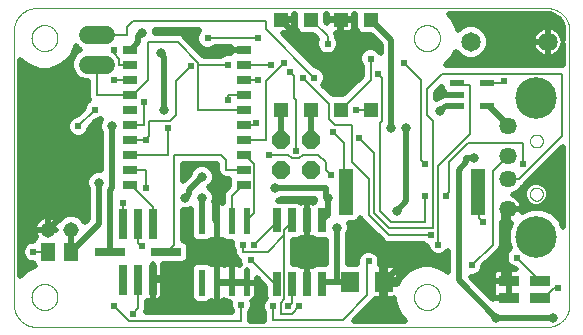
<source format=gtl>
G75*
%MOIN*%
%OFA0B0*%
%FSLAX25Y25*%
%IPPOS*%
%LPD*%
%AMOC8*
5,1,8,0,0,1.08239X$1,22.5*
%
%ADD10C,0.00000*%
%ADD11R,0.04500X0.03000*%
%ADD12R,0.04724X0.15748*%
%ADD13R,0.02756X0.09843*%
%ADD14R,0.09843X0.02756*%
%ADD15R,0.05000X0.05000*%
%ADD16C,0.05740*%
%ADD17C,0.13843*%
%ADD18R,0.04724X0.02100*%
%ADD19R,0.04724X0.02165*%
%ADD20R,0.02600X0.08000*%
%ADD21R,0.02362X0.08661*%
%ADD22C,0.06496*%
%ADD23C,0.06000*%
%ADD24OC8,0.06000*%
%ADD25R,0.06693X0.03740*%
%ADD26C,0.05150*%
%ADD27R,0.06299X0.07087*%
%ADD28R,0.05118X0.05906*%
%ADD29C,0.02000*%
%ADD30C,0.03200*%
%ADD31C,0.00800*%
%ADD32C,0.02400*%
D10*
X0114898Y0038933D02*
X0114898Y0130232D01*
X0114900Y0130413D01*
X0114907Y0130594D01*
X0114918Y0130775D01*
X0114933Y0130956D01*
X0114953Y0131136D01*
X0114977Y0131316D01*
X0115005Y0131495D01*
X0115038Y0131673D01*
X0115075Y0131850D01*
X0115116Y0132027D01*
X0115161Y0132202D01*
X0115211Y0132377D01*
X0115265Y0132550D01*
X0115323Y0132721D01*
X0115385Y0132892D01*
X0115452Y0133060D01*
X0115522Y0133227D01*
X0115596Y0133393D01*
X0115675Y0133556D01*
X0115757Y0133717D01*
X0115843Y0133877D01*
X0115933Y0134034D01*
X0116027Y0134189D01*
X0116124Y0134342D01*
X0116226Y0134492D01*
X0116330Y0134640D01*
X0116439Y0134786D01*
X0116550Y0134928D01*
X0116666Y0135068D01*
X0116784Y0135205D01*
X0116906Y0135340D01*
X0117031Y0135471D01*
X0117159Y0135599D01*
X0117290Y0135724D01*
X0117425Y0135846D01*
X0117562Y0135964D01*
X0117702Y0136080D01*
X0117844Y0136191D01*
X0117990Y0136300D01*
X0118138Y0136404D01*
X0118288Y0136506D01*
X0118441Y0136603D01*
X0118596Y0136697D01*
X0118753Y0136787D01*
X0118913Y0136873D01*
X0119074Y0136955D01*
X0119237Y0137034D01*
X0119403Y0137108D01*
X0119570Y0137178D01*
X0119738Y0137245D01*
X0119909Y0137307D01*
X0120080Y0137365D01*
X0120253Y0137419D01*
X0120428Y0137469D01*
X0120603Y0137514D01*
X0120780Y0137555D01*
X0120957Y0137592D01*
X0121135Y0137625D01*
X0121314Y0137653D01*
X0121494Y0137677D01*
X0121674Y0137697D01*
X0121855Y0137712D01*
X0122036Y0137723D01*
X0122217Y0137730D01*
X0122398Y0137732D01*
X0292595Y0137732D01*
X0292776Y0137730D01*
X0292957Y0137723D01*
X0293138Y0137712D01*
X0293319Y0137697D01*
X0293499Y0137677D01*
X0293679Y0137653D01*
X0293858Y0137625D01*
X0294036Y0137592D01*
X0294213Y0137555D01*
X0294390Y0137514D01*
X0294565Y0137469D01*
X0294740Y0137419D01*
X0294913Y0137365D01*
X0295084Y0137307D01*
X0295255Y0137245D01*
X0295423Y0137178D01*
X0295590Y0137108D01*
X0295756Y0137034D01*
X0295919Y0136955D01*
X0296080Y0136873D01*
X0296240Y0136787D01*
X0296397Y0136697D01*
X0296552Y0136603D01*
X0296705Y0136506D01*
X0296855Y0136404D01*
X0297003Y0136300D01*
X0297149Y0136191D01*
X0297291Y0136080D01*
X0297431Y0135964D01*
X0297568Y0135846D01*
X0297703Y0135724D01*
X0297834Y0135599D01*
X0297962Y0135471D01*
X0298087Y0135340D01*
X0298209Y0135205D01*
X0298327Y0135068D01*
X0298443Y0134928D01*
X0298554Y0134786D01*
X0298663Y0134640D01*
X0298767Y0134492D01*
X0298869Y0134342D01*
X0298966Y0134189D01*
X0299060Y0134034D01*
X0299150Y0133877D01*
X0299236Y0133717D01*
X0299318Y0133556D01*
X0299397Y0133393D01*
X0299471Y0133227D01*
X0299541Y0133060D01*
X0299608Y0132892D01*
X0299670Y0132721D01*
X0299728Y0132550D01*
X0299782Y0132377D01*
X0299832Y0132202D01*
X0299877Y0132027D01*
X0299918Y0131850D01*
X0299955Y0131673D01*
X0299988Y0131495D01*
X0300016Y0131316D01*
X0300040Y0131136D01*
X0300060Y0130956D01*
X0300075Y0130775D01*
X0300086Y0130594D01*
X0300093Y0130413D01*
X0300095Y0130232D01*
X0300095Y0038933D01*
X0300093Y0038752D01*
X0300086Y0038571D01*
X0300075Y0038390D01*
X0300060Y0038209D01*
X0300040Y0038029D01*
X0300016Y0037849D01*
X0299988Y0037670D01*
X0299955Y0037492D01*
X0299918Y0037315D01*
X0299877Y0037138D01*
X0299832Y0036963D01*
X0299782Y0036788D01*
X0299728Y0036615D01*
X0299670Y0036444D01*
X0299608Y0036273D01*
X0299541Y0036105D01*
X0299471Y0035938D01*
X0299397Y0035772D01*
X0299318Y0035609D01*
X0299236Y0035448D01*
X0299150Y0035288D01*
X0299060Y0035131D01*
X0298966Y0034976D01*
X0298869Y0034823D01*
X0298767Y0034673D01*
X0298663Y0034525D01*
X0298554Y0034379D01*
X0298443Y0034237D01*
X0298327Y0034097D01*
X0298209Y0033960D01*
X0298087Y0033825D01*
X0297962Y0033694D01*
X0297834Y0033566D01*
X0297703Y0033441D01*
X0297568Y0033319D01*
X0297431Y0033201D01*
X0297291Y0033085D01*
X0297149Y0032974D01*
X0297003Y0032865D01*
X0296855Y0032761D01*
X0296705Y0032659D01*
X0296552Y0032562D01*
X0296397Y0032468D01*
X0296240Y0032378D01*
X0296080Y0032292D01*
X0295919Y0032210D01*
X0295756Y0032131D01*
X0295590Y0032057D01*
X0295423Y0031987D01*
X0295255Y0031920D01*
X0295084Y0031858D01*
X0294913Y0031800D01*
X0294740Y0031746D01*
X0294565Y0031696D01*
X0294390Y0031651D01*
X0294213Y0031610D01*
X0294036Y0031573D01*
X0293858Y0031540D01*
X0293679Y0031512D01*
X0293499Y0031488D01*
X0293319Y0031468D01*
X0293138Y0031453D01*
X0292957Y0031442D01*
X0292776Y0031435D01*
X0292595Y0031433D01*
X0122398Y0031433D01*
X0122217Y0031435D01*
X0122036Y0031442D01*
X0121855Y0031453D01*
X0121674Y0031468D01*
X0121494Y0031488D01*
X0121314Y0031512D01*
X0121135Y0031540D01*
X0120957Y0031573D01*
X0120780Y0031610D01*
X0120603Y0031651D01*
X0120428Y0031696D01*
X0120253Y0031746D01*
X0120080Y0031800D01*
X0119909Y0031858D01*
X0119738Y0031920D01*
X0119570Y0031987D01*
X0119403Y0032057D01*
X0119237Y0032131D01*
X0119074Y0032210D01*
X0118913Y0032292D01*
X0118753Y0032378D01*
X0118596Y0032468D01*
X0118441Y0032562D01*
X0118288Y0032659D01*
X0118138Y0032761D01*
X0117990Y0032865D01*
X0117844Y0032974D01*
X0117702Y0033085D01*
X0117562Y0033201D01*
X0117425Y0033319D01*
X0117290Y0033441D01*
X0117159Y0033566D01*
X0117031Y0033694D01*
X0116906Y0033825D01*
X0116784Y0033960D01*
X0116666Y0034097D01*
X0116550Y0034237D01*
X0116439Y0034379D01*
X0116330Y0034525D01*
X0116226Y0034673D01*
X0116124Y0034823D01*
X0116027Y0034976D01*
X0115933Y0035131D01*
X0115843Y0035288D01*
X0115757Y0035448D01*
X0115675Y0035609D01*
X0115596Y0035772D01*
X0115522Y0035938D01*
X0115452Y0036105D01*
X0115385Y0036273D01*
X0115323Y0036444D01*
X0115265Y0036615D01*
X0115211Y0036788D01*
X0115161Y0036963D01*
X0115116Y0037138D01*
X0115075Y0037315D01*
X0115038Y0037492D01*
X0115005Y0037670D01*
X0114977Y0037849D01*
X0114953Y0038029D01*
X0114933Y0038209D01*
X0114918Y0038390D01*
X0114907Y0038571D01*
X0114900Y0038752D01*
X0114898Y0038933D01*
X0120764Y0041433D02*
X0120766Y0041564D01*
X0120772Y0041696D01*
X0120782Y0041827D01*
X0120796Y0041958D01*
X0120814Y0042088D01*
X0120836Y0042217D01*
X0120861Y0042346D01*
X0120891Y0042474D01*
X0120925Y0042601D01*
X0120962Y0042728D01*
X0121003Y0042852D01*
X0121048Y0042976D01*
X0121097Y0043098D01*
X0121149Y0043219D01*
X0121205Y0043337D01*
X0121265Y0043455D01*
X0121328Y0043570D01*
X0121395Y0043683D01*
X0121465Y0043795D01*
X0121538Y0043904D01*
X0121614Y0044010D01*
X0121694Y0044115D01*
X0121777Y0044217D01*
X0121863Y0044316D01*
X0121952Y0044413D01*
X0122044Y0044507D01*
X0122139Y0044598D01*
X0122236Y0044687D01*
X0122336Y0044772D01*
X0122439Y0044854D01*
X0122544Y0044933D01*
X0122651Y0045009D01*
X0122761Y0045081D01*
X0122873Y0045150D01*
X0122987Y0045216D01*
X0123102Y0045278D01*
X0123220Y0045337D01*
X0123339Y0045392D01*
X0123460Y0045444D01*
X0123583Y0045491D01*
X0123707Y0045535D01*
X0123832Y0045576D01*
X0123958Y0045612D01*
X0124086Y0045645D01*
X0124214Y0045673D01*
X0124343Y0045698D01*
X0124473Y0045719D01*
X0124603Y0045736D01*
X0124734Y0045749D01*
X0124865Y0045758D01*
X0124996Y0045763D01*
X0125128Y0045764D01*
X0125259Y0045761D01*
X0125391Y0045754D01*
X0125522Y0045743D01*
X0125652Y0045728D01*
X0125782Y0045709D01*
X0125912Y0045686D01*
X0126040Y0045660D01*
X0126168Y0045629D01*
X0126295Y0045594D01*
X0126421Y0045556D01*
X0126545Y0045514D01*
X0126669Y0045468D01*
X0126790Y0045418D01*
X0126910Y0045365D01*
X0127029Y0045308D01*
X0127146Y0045248D01*
X0127260Y0045184D01*
X0127373Y0045116D01*
X0127484Y0045045D01*
X0127593Y0044971D01*
X0127699Y0044894D01*
X0127803Y0044813D01*
X0127904Y0044730D01*
X0128003Y0044643D01*
X0128099Y0044553D01*
X0128192Y0044460D01*
X0128283Y0044365D01*
X0128370Y0044267D01*
X0128455Y0044166D01*
X0128536Y0044063D01*
X0128614Y0043957D01*
X0128689Y0043849D01*
X0128761Y0043739D01*
X0128829Y0043627D01*
X0128894Y0043513D01*
X0128955Y0043396D01*
X0129013Y0043278D01*
X0129067Y0043158D01*
X0129118Y0043037D01*
X0129165Y0042914D01*
X0129208Y0042790D01*
X0129247Y0042665D01*
X0129283Y0042538D01*
X0129314Y0042410D01*
X0129342Y0042282D01*
X0129366Y0042153D01*
X0129386Y0042023D01*
X0129402Y0041892D01*
X0129414Y0041761D01*
X0129422Y0041630D01*
X0129426Y0041499D01*
X0129426Y0041367D01*
X0129422Y0041236D01*
X0129414Y0041105D01*
X0129402Y0040974D01*
X0129386Y0040843D01*
X0129366Y0040713D01*
X0129342Y0040584D01*
X0129314Y0040456D01*
X0129283Y0040328D01*
X0129247Y0040201D01*
X0129208Y0040076D01*
X0129165Y0039952D01*
X0129118Y0039829D01*
X0129067Y0039708D01*
X0129013Y0039588D01*
X0128955Y0039470D01*
X0128894Y0039353D01*
X0128829Y0039239D01*
X0128761Y0039127D01*
X0128689Y0039017D01*
X0128614Y0038909D01*
X0128536Y0038803D01*
X0128455Y0038700D01*
X0128370Y0038599D01*
X0128283Y0038501D01*
X0128192Y0038406D01*
X0128099Y0038313D01*
X0128003Y0038223D01*
X0127904Y0038136D01*
X0127803Y0038053D01*
X0127699Y0037972D01*
X0127593Y0037895D01*
X0127484Y0037821D01*
X0127373Y0037750D01*
X0127261Y0037682D01*
X0127146Y0037618D01*
X0127029Y0037558D01*
X0126910Y0037501D01*
X0126790Y0037448D01*
X0126669Y0037398D01*
X0126545Y0037352D01*
X0126421Y0037310D01*
X0126295Y0037272D01*
X0126168Y0037237D01*
X0126040Y0037206D01*
X0125912Y0037180D01*
X0125782Y0037157D01*
X0125652Y0037138D01*
X0125522Y0037123D01*
X0125391Y0037112D01*
X0125259Y0037105D01*
X0125128Y0037102D01*
X0124996Y0037103D01*
X0124865Y0037108D01*
X0124734Y0037117D01*
X0124603Y0037130D01*
X0124473Y0037147D01*
X0124343Y0037168D01*
X0124214Y0037193D01*
X0124086Y0037221D01*
X0123958Y0037254D01*
X0123832Y0037290D01*
X0123707Y0037331D01*
X0123583Y0037375D01*
X0123460Y0037422D01*
X0123339Y0037474D01*
X0123220Y0037529D01*
X0123102Y0037588D01*
X0122987Y0037650D01*
X0122873Y0037716D01*
X0122761Y0037785D01*
X0122651Y0037857D01*
X0122544Y0037933D01*
X0122439Y0038012D01*
X0122336Y0038094D01*
X0122236Y0038179D01*
X0122139Y0038268D01*
X0122044Y0038359D01*
X0121952Y0038453D01*
X0121863Y0038550D01*
X0121777Y0038649D01*
X0121694Y0038751D01*
X0121614Y0038856D01*
X0121538Y0038962D01*
X0121465Y0039071D01*
X0121395Y0039183D01*
X0121328Y0039296D01*
X0121265Y0039411D01*
X0121205Y0039529D01*
X0121149Y0039647D01*
X0121097Y0039768D01*
X0121048Y0039890D01*
X0121003Y0040014D01*
X0120962Y0040138D01*
X0120925Y0040265D01*
X0120891Y0040392D01*
X0120861Y0040520D01*
X0120836Y0040649D01*
X0120814Y0040778D01*
X0120796Y0040908D01*
X0120782Y0041039D01*
X0120772Y0041170D01*
X0120766Y0041302D01*
X0120764Y0041433D01*
X0248264Y0041433D02*
X0248266Y0041564D01*
X0248272Y0041696D01*
X0248282Y0041827D01*
X0248296Y0041958D01*
X0248314Y0042088D01*
X0248336Y0042217D01*
X0248361Y0042346D01*
X0248391Y0042474D01*
X0248425Y0042601D01*
X0248462Y0042728D01*
X0248503Y0042852D01*
X0248548Y0042976D01*
X0248597Y0043098D01*
X0248649Y0043219D01*
X0248705Y0043337D01*
X0248765Y0043455D01*
X0248828Y0043570D01*
X0248895Y0043683D01*
X0248965Y0043795D01*
X0249038Y0043904D01*
X0249114Y0044010D01*
X0249194Y0044115D01*
X0249277Y0044217D01*
X0249363Y0044316D01*
X0249452Y0044413D01*
X0249544Y0044507D01*
X0249639Y0044598D01*
X0249736Y0044687D01*
X0249836Y0044772D01*
X0249939Y0044854D01*
X0250044Y0044933D01*
X0250151Y0045009D01*
X0250261Y0045081D01*
X0250373Y0045150D01*
X0250487Y0045216D01*
X0250602Y0045278D01*
X0250720Y0045337D01*
X0250839Y0045392D01*
X0250960Y0045444D01*
X0251083Y0045491D01*
X0251207Y0045535D01*
X0251332Y0045576D01*
X0251458Y0045612D01*
X0251586Y0045645D01*
X0251714Y0045673D01*
X0251843Y0045698D01*
X0251973Y0045719D01*
X0252103Y0045736D01*
X0252234Y0045749D01*
X0252365Y0045758D01*
X0252496Y0045763D01*
X0252628Y0045764D01*
X0252759Y0045761D01*
X0252891Y0045754D01*
X0253022Y0045743D01*
X0253152Y0045728D01*
X0253282Y0045709D01*
X0253412Y0045686D01*
X0253540Y0045660D01*
X0253668Y0045629D01*
X0253795Y0045594D01*
X0253921Y0045556D01*
X0254045Y0045514D01*
X0254169Y0045468D01*
X0254290Y0045418D01*
X0254410Y0045365D01*
X0254529Y0045308D01*
X0254646Y0045248D01*
X0254760Y0045184D01*
X0254873Y0045116D01*
X0254984Y0045045D01*
X0255093Y0044971D01*
X0255199Y0044894D01*
X0255303Y0044813D01*
X0255404Y0044730D01*
X0255503Y0044643D01*
X0255599Y0044553D01*
X0255692Y0044460D01*
X0255783Y0044365D01*
X0255870Y0044267D01*
X0255955Y0044166D01*
X0256036Y0044063D01*
X0256114Y0043957D01*
X0256189Y0043849D01*
X0256261Y0043739D01*
X0256329Y0043627D01*
X0256394Y0043513D01*
X0256455Y0043396D01*
X0256513Y0043278D01*
X0256567Y0043158D01*
X0256618Y0043037D01*
X0256665Y0042914D01*
X0256708Y0042790D01*
X0256747Y0042665D01*
X0256783Y0042538D01*
X0256814Y0042410D01*
X0256842Y0042282D01*
X0256866Y0042153D01*
X0256886Y0042023D01*
X0256902Y0041892D01*
X0256914Y0041761D01*
X0256922Y0041630D01*
X0256926Y0041499D01*
X0256926Y0041367D01*
X0256922Y0041236D01*
X0256914Y0041105D01*
X0256902Y0040974D01*
X0256886Y0040843D01*
X0256866Y0040713D01*
X0256842Y0040584D01*
X0256814Y0040456D01*
X0256783Y0040328D01*
X0256747Y0040201D01*
X0256708Y0040076D01*
X0256665Y0039952D01*
X0256618Y0039829D01*
X0256567Y0039708D01*
X0256513Y0039588D01*
X0256455Y0039470D01*
X0256394Y0039353D01*
X0256329Y0039239D01*
X0256261Y0039127D01*
X0256189Y0039017D01*
X0256114Y0038909D01*
X0256036Y0038803D01*
X0255955Y0038700D01*
X0255870Y0038599D01*
X0255783Y0038501D01*
X0255692Y0038406D01*
X0255599Y0038313D01*
X0255503Y0038223D01*
X0255404Y0038136D01*
X0255303Y0038053D01*
X0255199Y0037972D01*
X0255093Y0037895D01*
X0254984Y0037821D01*
X0254873Y0037750D01*
X0254761Y0037682D01*
X0254646Y0037618D01*
X0254529Y0037558D01*
X0254410Y0037501D01*
X0254290Y0037448D01*
X0254169Y0037398D01*
X0254045Y0037352D01*
X0253921Y0037310D01*
X0253795Y0037272D01*
X0253668Y0037237D01*
X0253540Y0037206D01*
X0253412Y0037180D01*
X0253282Y0037157D01*
X0253152Y0037138D01*
X0253022Y0037123D01*
X0252891Y0037112D01*
X0252759Y0037105D01*
X0252628Y0037102D01*
X0252496Y0037103D01*
X0252365Y0037108D01*
X0252234Y0037117D01*
X0252103Y0037130D01*
X0251973Y0037147D01*
X0251843Y0037168D01*
X0251714Y0037193D01*
X0251586Y0037221D01*
X0251458Y0037254D01*
X0251332Y0037290D01*
X0251207Y0037331D01*
X0251083Y0037375D01*
X0250960Y0037422D01*
X0250839Y0037474D01*
X0250720Y0037529D01*
X0250602Y0037588D01*
X0250487Y0037650D01*
X0250373Y0037716D01*
X0250261Y0037785D01*
X0250151Y0037857D01*
X0250044Y0037933D01*
X0249939Y0038012D01*
X0249836Y0038094D01*
X0249736Y0038179D01*
X0249639Y0038268D01*
X0249544Y0038359D01*
X0249452Y0038453D01*
X0249363Y0038550D01*
X0249277Y0038649D01*
X0249194Y0038751D01*
X0249114Y0038856D01*
X0249038Y0038962D01*
X0248965Y0039071D01*
X0248895Y0039183D01*
X0248828Y0039296D01*
X0248765Y0039411D01*
X0248705Y0039529D01*
X0248649Y0039647D01*
X0248597Y0039768D01*
X0248548Y0039890D01*
X0248503Y0040014D01*
X0248462Y0040138D01*
X0248425Y0040265D01*
X0248391Y0040392D01*
X0248361Y0040520D01*
X0248336Y0040649D01*
X0248314Y0040778D01*
X0248296Y0040908D01*
X0248282Y0041039D01*
X0248272Y0041170D01*
X0248266Y0041302D01*
X0248264Y0041433D01*
X0286907Y0075724D02*
X0286909Y0075817D01*
X0286915Y0075909D01*
X0286925Y0076001D01*
X0286939Y0076092D01*
X0286956Y0076183D01*
X0286978Y0076273D01*
X0287003Y0076362D01*
X0287032Y0076450D01*
X0287065Y0076536D01*
X0287102Y0076621D01*
X0287142Y0076705D01*
X0287186Y0076786D01*
X0287233Y0076866D01*
X0287283Y0076944D01*
X0287337Y0077019D01*
X0287394Y0077092D01*
X0287454Y0077162D01*
X0287517Y0077230D01*
X0287583Y0077295D01*
X0287651Y0077357D01*
X0287722Y0077417D01*
X0287796Y0077473D01*
X0287872Y0077526D01*
X0287950Y0077575D01*
X0288030Y0077622D01*
X0288112Y0077664D01*
X0288196Y0077704D01*
X0288281Y0077739D01*
X0288368Y0077771D01*
X0288456Y0077800D01*
X0288545Y0077824D01*
X0288635Y0077845D01*
X0288726Y0077861D01*
X0288818Y0077874D01*
X0288910Y0077883D01*
X0289003Y0077888D01*
X0289095Y0077889D01*
X0289188Y0077886D01*
X0289280Y0077879D01*
X0289372Y0077868D01*
X0289463Y0077853D01*
X0289554Y0077835D01*
X0289644Y0077812D01*
X0289732Y0077786D01*
X0289820Y0077756D01*
X0289906Y0077722D01*
X0289990Y0077685D01*
X0290073Y0077643D01*
X0290154Y0077599D01*
X0290234Y0077551D01*
X0290311Y0077500D01*
X0290385Y0077445D01*
X0290458Y0077387D01*
X0290528Y0077327D01*
X0290595Y0077263D01*
X0290659Y0077197D01*
X0290721Y0077127D01*
X0290779Y0077056D01*
X0290834Y0076982D01*
X0290886Y0076905D01*
X0290935Y0076826D01*
X0290981Y0076746D01*
X0291023Y0076663D01*
X0291061Y0076579D01*
X0291096Y0076493D01*
X0291127Y0076406D01*
X0291154Y0076318D01*
X0291177Y0076228D01*
X0291197Y0076138D01*
X0291213Y0076047D01*
X0291225Y0075955D01*
X0291233Y0075863D01*
X0291237Y0075770D01*
X0291237Y0075678D01*
X0291233Y0075585D01*
X0291225Y0075493D01*
X0291213Y0075401D01*
X0291197Y0075310D01*
X0291177Y0075220D01*
X0291154Y0075130D01*
X0291127Y0075042D01*
X0291096Y0074955D01*
X0291061Y0074869D01*
X0291023Y0074785D01*
X0290981Y0074702D01*
X0290935Y0074622D01*
X0290886Y0074543D01*
X0290834Y0074466D01*
X0290779Y0074392D01*
X0290721Y0074321D01*
X0290659Y0074251D01*
X0290595Y0074185D01*
X0290528Y0074121D01*
X0290458Y0074061D01*
X0290385Y0074003D01*
X0290311Y0073948D01*
X0290234Y0073897D01*
X0290155Y0073849D01*
X0290073Y0073805D01*
X0289990Y0073763D01*
X0289906Y0073726D01*
X0289820Y0073692D01*
X0289732Y0073662D01*
X0289644Y0073636D01*
X0289554Y0073613D01*
X0289463Y0073595D01*
X0289372Y0073580D01*
X0289280Y0073569D01*
X0289188Y0073562D01*
X0289095Y0073559D01*
X0289003Y0073560D01*
X0288910Y0073565D01*
X0288818Y0073574D01*
X0288726Y0073587D01*
X0288635Y0073603D01*
X0288545Y0073624D01*
X0288456Y0073648D01*
X0288368Y0073677D01*
X0288281Y0073709D01*
X0288196Y0073744D01*
X0288112Y0073784D01*
X0288030Y0073826D01*
X0287950Y0073873D01*
X0287872Y0073922D01*
X0287796Y0073975D01*
X0287722Y0074031D01*
X0287651Y0074091D01*
X0287583Y0074153D01*
X0287517Y0074218D01*
X0287454Y0074286D01*
X0287394Y0074356D01*
X0287337Y0074429D01*
X0287283Y0074504D01*
X0287233Y0074582D01*
X0287186Y0074662D01*
X0287142Y0074743D01*
X0287102Y0074827D01*
X0287065Y0074912D01*
X0287032Y0074998D01*
X0287003Y0075086D01*
X0286978Y0075175D01*
X0286956Y0075265D01*
X0286939Y0075356D01*
X0286925Y0075447D01*
X0286915Y0075539D01*
X0286909Y0075631D01*
X0286907Y0075724D01*
X0286907Y0093441D02*
X0286909Y0093534D01*
X0286915Y0093626D01*
X0286925Y0093718D01*
X0286939Y0093809D01*
X0286956Y0093900D01*
X0286978Y0093990D01*
X0287003Y0094079D01*
X0287032Y0094167D01*
X0287065Y0094253D01*
X0287102Y0094338D01*
X0287142Y0094422D01*
X0287186Y0094503D01*
X0287233Y0094583D01*
X0287283Y0094661D01*
X0287337Y0094736D01*
X0287394Y0094809D01*
X0287454Y0094879D01*
X0287517Y0094947D01*
X0287583Y0095012D01*
X0287651Y0095074D01*
X0287722Y0095134D01*
X0287796Y0095190D01*
X0287872Y0095243D01*
X0287950Y0095292D01*
X0288030Y0095339D01*
X0288112Y0095381D01*
X0288196Y0095421D01*
X0288281Y0095456D01*
X0288368Y0095488D01*
X0288456Y0095517D01*
X0288545Y0095541D01*
X0288635Y0095562D01*
X0288726Y0095578D01*
X0288818Y0095591D01*
X0288910Y0095600D01*
X0289003Y0095605D01*
X0289095Y0095606D01*
X0289188Y0095603D01*
X0289280Y0095596D01*
X0289372Y0095585D01*
X0289463Y0095570D01*
X0289554Y0095552D01*
X0289644Y0095529D01*
X0289732Y0095503D01*
X0289820Y0095473D01*
X0289906Y0095439D01*
X0289990Y0095402D01*
X0290073Y0095360D01*
X0290154Y0095316D01*
X0290234Y0095268D01*
X0290311Y0095217D01*
X0290385Y0095162D01*
X0290458Y0095104D01*
X0290528Y0095044D01*
X0290595Y0094980D01*
X0290659Y0094914D01*
X0290721Y0094844D01*
X0290779Y0094773D01*
X0290834Y0094699D01*
X0290886Y0094622D01*
X0290935Y0094543D01*
X0290981Y0094463D01*
X0291023Y0094380D01*
X0291061Y0094296D01*
X0291096Y0094210D01*
X0291127Y0094123D01*
X0291154Y0094035D01*
X0291177Y0093945D01*
X0291197Y0093855D01*
X0291213Y0093764D01*
X0291225Y0093672D01*
X0291233Y0093580D01*
X0291237Y0093487D01*
X0291237Y0093395D01*
X0291233Y0093302D01*
X0291225Y0093210D01*
X0291213Y0093118D01*
X0291197Y0093027D01*
X0291177Y0092937D01*
X0291154Y0092847D01*
X0291127Y0092759D01*
X0291096Y0092672D01*
X0291061Y0092586D01*
X0291023Y0092502D01*
X0290981Y0092419D01*
X0290935Y0092339D01*
X0290886Y0092260D01*
X0290834Y0092183D01*
X0290779Y0092109D01*
X0290721Y0092038D01*
X0290659Y0091968D01*
X0290595Y0091902D01*
X0290528Y0091838D01*
X0290458Y0091778D01*
X0290385Y0091720D01*
X0290311Y0091665D01*
X0290234Y0091614D01*
X0290155Y0091566D01*
X0290073Y0091522D01*
X0289990Y0091480D01*
X0289906Y0091443D01*
X0289820Y0091409D01*
X0289732Y0091379D01*
X0289644Y0091353D01*
X0289554Y0091330D01*
X0289463Y0091312D01*
X0289372Y0091297D01*
X0289280Y0091286D01*
X0289188Y0091279D01*
X0289095Y0091276D01*
X0289003Y0091277D01*
X0288910Y0091282D01*
X0288818Y0091291D01*
X0288726Y0091304D01*
X0288635Y0091320D01*
X0288545Y0091341D01*
X0288456Y0091365D01*
X0288368Y0091394D01*
X0288281Y0091426D01*
X0288196Y0091461D01*
X0288112Y0091501D01*
X0288030Y0091543D01*
X0287950Y0091590D01*
X0287872Y0091639D01*
X0287796Y0091692D01*
X0287722Y0091748D01*
X0287651Y0091808D01*
X0287583Y0091870D01*
X0287517Y0091935D01*
X0287454Y0092003D01*
X0287394Y0092073D01*
X0287337Y0092146D01*
X0287283Y0092221D01*
X0287233Y0092299D01*
X0287186Y0092379D01*
X0287142Y0092460D01*
X0287102Y0092544D01*
X0287065Y0092629D01*
X0287032Y0092715D01*
X0287003Y0092803D01*
X0286978Y0092892D01*
X0286956Y0092982D01*
X0286939Y0093073D01*
X0286925Y0093164D01*
X0286915Y0093256D01*
X0286909Y0093348D01*
X0286907Y0093441D01*
X0248264Y0127732D02*
X0248266Y0127863D01*
X0248272Y0127995D01*
X0248282Y0128126D01*
X0248296Y0128257D01*
X0248314Y0128387D01*
X0248336Y0128516D01*
X0248361Y0128645D01*
X0248391Y0128773D01*
X0248425Y0128900D01*
X0248462Y0129027D01*
X0248503Y0129151D01*
X0248548Y0129275D01*
X0248597Y0129397D01*
X0248649Y0129518D01*
X0248705Y0129636D01*
X0248765Y0129754D01*
X0248828Y0129869D01*
X0248895Y0129982D01*
X0248965Y0130094D01*
X0249038Y0130203D01*
X0249114Y0130309D01*
X0249194Y0130414D01*
X0249277Y0130516D01*
X0249363Y0130615D01*
X0249452Y0130712D01*
X0249544Y0130806D01*
X0249639Y0130897D01*
X0249736Y0130986D01*
X0249836Y0131071D01*
X0249939Y0131153D01*
X0250044Y0131232D01*
X0250151Y0131308D01*
X0250261Y0131380D01*
X0250373Y0131449D01*
X0250487Y0131515D01*
X0250602Y0131577D01*
X0250720Y0131636D01*
X0250839Y0131691D01*
X0250960Y0131743D01*
X0251083Y0131790D01*
X0251207Y0131834D01*
X0251332Y0131875D01*
X0251458Y0131911D01*
X0251586Y0131944D01*
X0251714Y0131972D01*
X0251843Y0131997D01*
X0251973Y0132018D01*
X0252103Y0132035D01*
X0252234Y0132048D01*
X0252365Y0132057D01*
X0252496Y0132062D01*
X0252628Y0132063D01*
X0252759Y0132060D01*
X0252891Y0132053D01*
X0253022Y0132042D01*
X0253152Y0132027D01*
X0253282Y0132008D01*
X0253412Y0131985D01*
X0253540Y0131959D01*
X0253668Y0131928D01*
X0253795Y0131893D01*
X0253921Y0131855D01*
X0254045Y0131813D01*
X0254169Y0131767D01*
X0254290Y0131717D01*
X0254410Y0131664D01*
X0254529Y0131607D01*
X0254646Y0131547D01*
X0254760Y0131483D01*
X0254873Y0131415D01*
X0254984Y0131344D01*
X0255093Y0131270D01*
X0255199Y0131193D01*
X0255303Y0131112D01*
X0255404Y0131029D01*
X0255503Y0130942D01*
X0255599Y0130852D01*
X0255692Y0130759D01*
X0255783Y0130664D01*
X0255870Y0130566D01*
X0255955Y0130465D01*
X0256036Y0130362D01*
X0256114Y0130256D01*
X0256189Y0130148D01*
X0256261Y0130038D01*
X0256329Y0129926D01*
X0256394Y0129812D01*
X0256455Y0129695D01*
X0256513Y0129577D01*
X0256567Y0129457D01*
X0256618Y0129336D01*
X0256665Y0129213D01*
X0256708Y0129089D01*
X0256747Y0128964D01*
X0256783Y0128837D01*
X0256814Y0128709D01*
X0256842Y0128581D01*
X0256866Y0128452D01*
X0256886Y0128322D01*
X0256902Y0128191D01*
X0256914Y0128060D01*
X0256922Y0127929D01*
X0256926Y0127798D01*
X0256926Y0127666D01*
X0256922Y0127535D01*
X0256914Y0127404D01*
X0256902Y0127273D01*
X0256886Y0127142D01*
X0256866Y0127012D01*
X0256842Y0126883D01*
X0256814Y0126755D01*
X0256783Y0126627D01*
X0256747Y0126500D01*
X0256708Y0126375D01*
X0256665Y0126251D01*
X0256618Y0126128D01*
X0256567Y0126007D01*
X0256513Y0125887D01*
X0256455Y0125769D01*
X0256394Y0125652D01*
X0256329Y0125538D01*
X0256261Y0125426D01*
X0256189Y0125316D01*
X0256114Y0125208D01*
X0256036Y0125102D01*
X0255955Y0124999D01*
X0255870Y0124898D01*
X0255783Y0124800D01*
X0255692Y0124705D01*
X0255599Y0124612D01*
X0255503Y0124522D01*
X0255404Y0124435D01*
X0255303Y0124352D01*
X0255199Y0124271D01*
X0255093Y0124194D01*
X0254984Y0124120D01*
X0254873Y0124049D01*
X0254761Y0123981D01*
X0254646Y0123917D01*
X0254529Y0123857D01*
X0254410Y0123800D01*
X0254290Y0123747D01*
X0254169Y0123697D01*
X0254045Y0123651D01*
X0253921Y0123609D01*
X0253795Y0123571D01*
X0253668Y0123536D01*
X0253540Y0123505D01*
X0253412Y0123479D01*
X0253282Y0123456D01*
X0253152Y0123437D01*
X0253022Y0123422D01*
X0252891Y0123411D01*
X0252759Y0123404D01*
X0252628Y0123401D01*
X0252496Y0123402D01*
X0252365Y0123407D01*
X0252234Y0123416D01*
X0252103Y0123429D01*
X0251973Y0123446D01*
X0251843Y0123467D01*
X0251714Y0123492D01*
X0251586Y0123520D01*
X0251458Y0123553D01*
X0251332Y0123589D01*
X0251207Y0123630D01*
X0251083Y0123674D01*
X0250960Y0123721D01*
X0250839Y0123773D01*
X0250720Y0123828D01*
X0250602Y0123887D01*
X0250487Y0123949D01*
X0250373Y0124015D01*
X0250261Y0124084D01*
X0250151Y0124156D01*
X0250044Y0124232D01*
X0249939Y0124311D01*
X0249836Y0124393D01*
X0249736Y0124478D01*
X0249639Y0124567D01*
X0249544Y0124658D01*
X0249452Y0124752D01*
X0249363Y0124849D01*
X0249277Y0124948D01*
X0249194Y0125050D01*
X0249114Y0125155D01*
X0249038Y0125261D01*
X0248965Y0125370D01*
X0248895Y0125482D01*
X0248828Y0125595D01*
X0248765Y0125710D01*
X0248705Y0125828D01*
X0248649Y0125946D01*
X0248597Y0126067D01*
X0248548Y0126189D01*
X0248503Y0126313D01*
X0248462Y0126437D01*
X0248425Y0126564D01*
X0248391Y0126691D01*
X0248361Y0126819D01*
X0248336Y0126948D01*
X0248314Y0127077D01*
X0248296Y0127207D01*
X0248282Y0127338D01*
X0248272Y0127469D01*
X0248266Y0127601D01*
X0248264Y0127732D01*
X0120764Y0127732D02*
X0120766Y0127863D01*
X0120772Y0127995D01*
X0120782Y0128126D01*
X0120796Y0128257D01*
X0120814Y0128387D01*
X0120836Y0128516D01*
X0120861Y0128645D01*
X0120891Y0128773D01*
X0120925Y0128900D01*
X0120962Y0129027D01*
X0121003Y0129151D01*
X0121048Y0129275D01*
X0121097Y0129397D01*
X0121149Y0129518D01*
X0121205Y0129636D01*
X0121265Y0129754D01*
X0121328Y0129869D01*
X0121395Y0129982D01*
X0121465Y0130094D01*
X0121538Y0130203D01*
X0121614Y0130309D01*
X0121694Y0130414D01*
X0121777Y0130516D01*
X0121863Y0130615D01*
X0121952Y0130712D01*
X0122044Y0130806D01*
X0122139Y0130897D01*
X0122236Y0130986D01*
X0122336Y0131071D01*
X0122439Y0131153D01*
X0122544Y0131232D01*
X0122651Y0131308D01*
X0122761Y0131380D01*
X0122873Y0131449D01*
X0122987Y0131515D01*
X0123102Y0131577D01*
X0123220Y0131636D01*
X0123339Y0131691D01*
X0123460Y0131743D01*
X0123583Y0131790D01*
X0123707Y0131834D01*
X0123832Y0131875D01*
X0123958Y0131911D01*
X0124086Y0131944D01*
X0124214Y0131972D01*
X0124343Y0131997D01*
X0124473Y0132018D01*
X0124603Y0132035D01*
X0124734Y0132048D01*
X0124865Y0132057D01*
X0124996Y0132062D01*
X0125128Y0132063D01*
X0125259Y0132060D01*
X0125391Y0132053D01*
X0125522Y0132042D01*
X0125652Y0132027D01*
X0125782Y0132008D01*
X0125912Y0131985D01*
X0126040Y0131959D01*
X0126168Y0131928D01*
X0126295Y0131893D01*
X0126421Y0131855D01*
X0126545Y0131813D01*
X0126669Y0131767D01*
X0126790Y0131717D01*
X0126910Y0131664D01*
X0127029Y0131607D01*
X0127146Y0131547D01*
X0127260Y0131483D01*
X0127373Y0131415D01*
X0127484Y0131344D01*
X0127593Y0131270D01*
X0127699Y0131193D01*
X0127803Y0131112D01*
X0127904Y0131029D01*
X0128003Y0130942D01*
X0128099Y0130852D01*
X0128192Y0130759D01*
X0128283Y0130664D01*
X0128370Y0130566D01*
X0128455Y0130465D01*
X0128536Y0130362D01*
X0128614Y0130256D01*
X0128689Y0130148D01*
X0128761Y0130038D01*
X0128829Y0129926D01*
X0128894Y0129812D01*
X0128955Y0129695D01*
X0129013Y0129577D01*
X0129067Y0129457D01*
X0129118Y0129336D01*
X0129165Y0129213D01*
X0129208Y0129089D01*
X0129247Y0128964D01*
X0129283Y0128837D01*
X0129314Y0128709D01*
X0129342Y0128581D01*
X0129366Y0128452D01*
X0129386Y0128322D01*
X0129402Y0128191D01*
X0129414Y0128060D01*
X0129422Y0127929D01*
X0129426Y0127798D01*
X0129426Y0127666D01*
X0129422Y0127535D01*
X0129414Y0127404D01*
X0129402Y0127273D01*
X0129386Y0127142D01*
X0129366Y0127012D01*
X0129342Y0126883D01*
X0129314Y0126755D01*
X0129283Y0126627D01*
X0129247Y0126500D01*
X0129208Y0126375D01*
X0129165Y0126251D01*
X0129118Y0126128D01*
X0129067Y0126007D01*
X0129013Y0125887D01*
X0128955Y0125769D01*
X0128894Y0125652D01*
X0128829Y0125538D01*
X0128761Y0125426D01*
X0128689Y0125316D01*
X0128614Y0125208D01*
X0128536Y0125102D01*
X0128455Y0124999D01*
X0128370Y0124898D01*
X0128283Y0124800D01*
X0128192Y0124705D01*
X0128099Y0124612D01*
X0128003Y0124522D01*
X0127904Y0124435D01*
X0127803Y0124352D01*
X0127699Y0124271D01*
X0127593Y0124194D01*
X0127484Y0124120D01*
X0127373Y0124049D01*
X0127261Y0123981D01*
X0127146Y0123917D01*
X0127029Y0123857D01*
X0126910Y0123800D01*
X0126790Y0123747D01*
X0126669Y0123697D01*
X0126545Y0123651D01*
X0126421Y0123609D01*
X0126295Y0123571D01*
X0126168Y0123536D01*
X0126040Y0123505D01*
X0125912Y0123479D01*
X0125782Y0123456D01*
X0125652Y0123437D01*
X0125522Y0123422D01*
X0125391Y0123411D01*
X0125259Y0123404D01*
X0125128Y0123401D01*
X0124996Y0123402D01*
X0124865Y0123407D01*
X0124734Y0123416D01*
X0124603Y0123429D01*
X0124473Y0123446D01*
X0124343Y0123467D01*
X0124214Y0123492D01*
X0124086Y0123520D01*
X0123958Y0123553D01*
X0123832Y0123589D01*
X0123707Y0123630D01*
X0123583Y0123674D01*
X0123460Y0123721D01*
X0123339Y0123773D01*
X0123220Y0123828D01*
X0123102Y0123887D01*
X0122987Y0123949D01*
X0122873Y0124015D01*
X0122761Y0124084D01*
X0122651Y0124156D01*
X0122544Y0124232D01*
X0122439Y0124311D01*
X0122336Y0124393D01*
X0122236Y0124478D01*
X0122139Y0124567D01*
X0122044Y0124658D01*
X0121952Y0124752D01*
X0121863Y0124849D01*
X0121777Y0124948D01*
X0121694Y0125050D01*
X0121614Y0125155D01*
X0121538Y0125261D01*
X0121465Y0125370D01*
X0121395Y0125482D01*
X0121328Y0125595D01*
X0121265Y0125710D01*
X0121205Y0125828D01*
X0121149Y0125946D01*
X0121097Y0126067D01*
X0121048Y0126189D01*
X0121003Y0126313D01*
X0120962Y0126437D01*
X0120925Y0126564D01*
X0120891Y0126691D01*
X0120861Y0126819D01*
X0120836Y0126948D01*
X0120814Y0127077D01*
X0120796Y0127207D01*
X0120782Y0127338D01*
X0120772Y0127469D01*
X0120766Y0127601D01*
X0120764Y0127732D01*
D11*
X0153745Y0123933D03*
X0153745Y0118933D03*
X0153745Y0113933D03*
X0153745Y0108933D03*
X0153745Y0103933D03*
X0153745Y0098933D03*
X0153745Y0093933D03*
X0153745Y0088933D03*
X0153745Y0083933D03*
X0153745Y0078933D03*
X0191445Y0078933D03*
X0191445Y0083933D03*
X0191445Y0088933D03*
X0191445Y0093933D03*
X0191445Y0098933D03*
X0191445Y0103933D03*
X0191445Y0108933D03*
X0191445Y0113933D03*
X0191445Y0118933D03*
X0191445Y0123933D03*
D12*
X0225548Y0076433D03*
X0269642Y0076433D03*
D13*
X0161345Y0065752D03*
X0156345Y0065752D03*
X0151345Y0065752D03*
X0151345Y0047115D03*
X0156345Y0047115D03*
X0161345Y0047115D03*
D14*
X0165664Y0056433D03*
X0147027Y0056433D03*
D15*
X0203845Y0103933D03*
X0213845Y0103933D03*
X0223845Y0103933D03*
X0233845Y0103933D03*
X0233845Y0133933D03*
X0223845Y0133933D03*
X0213845Y0133933D03*
X0203845Y0133933D03*
D16*
X0279623Y0098362D03*
X0279623Y0088520D03*
X0279623Y0080646D03*
X0279623Y0070803D03*
D17*
X0289072Y0061551D03*
X0289072Y0107614D03*
D18*
X0262477Y0108933D03*
X0262477Y0105193D03*
X0262477Y0112673D03*
D19*
X0272713Y0112673D03*
X0272713Y0105193D03*
D20*
X0217595Y0067000D03*
X0212595Y0067000D03*
X0207595Y0067000D03*
X0202595Y0067000D03*
X0202595Y0045866D03*
X0207595Y0045866D03*
X0212595Y0045866D03*
X0217595Y0045866D03*
D21*
X0192595Y0046197D03*
X0187595Y0046197D03*
X0182595Y0046197D03*
X0177595Y0046197D03*
X0177595Y0066669D03*
X0182595Y0066669D03*
X0187595Y0066669D03*
X0192595Y0066669D03*
D22*
X0267300Y0126433D03*
X0292890Y0126433D03*
D23*
X0145595Y0128933D02*
X0139595Y0128933D01*
X0139595Y0118933D02*
X0145595Y0118933D01*
D24*
X0203845Y0093933D03*
X0213845Y0093933D03*
X0213845Y0083933D03*
X0203845Y0083933D03*
D25*
X0279780Y0046886D03*
X0290410Y0046886D03*
X0290410Y0040980D03*
X0279780Y0040980D03*
D26*
X0134032Y0063933D03*
X0126158Y0063933D03*
D27*
X0227083Y0046433D03*
X0238107Y0046433D03*
D28*
X0133835Y0056433D03*
X0126355Y0056433D03*
D29*
X0120589Y0052633D02*
X0119193Y0053212D01*
X0118124Y0054281D01*
X0117545Y0055677D01*
X0117545Y0057189D01*
X0118124Y0058586D01*
X0119193Y0059655D01*
X0120589Y0060233D01*
X0121333Y0060233D01*
X0121592Y0060859D01*
X0122255Y0061522D01*
X0122245Y0061535D01*
X0121918Y0062177D01*
X0121696Y0062862D01*
X0121583Y0063573D01*
X0121583Y0063933D01*
X0126158Y0063933D01*
X0126158Y0063933D01*
X0121583Y0063933D01*
X0121583Y0064293D01*
X0121696Y0065004D01*
X0121918Y0065689D01*
X0122245Y0066331D01*
X0122669Y0066913D01*
X0123178Y0067423D01*
X0123760Y0067846D01*
X0124402Y0068173D01*
X0125087Y0068395D01*
X0125798Y0068508D01*
X0126158Y0068508D01*
X0126158Y0063933D01*
X0126345Y0063933D01*
X0131970Y0069558D01*
X0138845Y0069558D01*
X0138845Y0067683D01*
X0139620Y0067406D02*
X0137877Y0067406D01*
X0138419Y0066864D02*
X0136963Y0068320D01*
X0135061Y0069108D01*
X0133003Y0069108D01*
X0131101Y0068320D01*
X0129667Y0066886D01*
X0129648Y0066913D01*
X0129138Y0067423D01*
X0128556Y0067846D01*
X0127914Y0068173D01*
X0127229Y0068395D01*
X0126518Y0068508D01*
X0126158Y0068508D01*
X0126158Y0063933D01*
X0126158Y0063933D01*
X0128857Y0063933D01*
X0128857Y0063933D01*
X0126158Y0063933D01*
X0126158Y0063933D01*
X0126158Y0065408D02*
X0126158Y0065408D01*
X0126158Y0067406D02*
X0126158Y0067406D01*
X0123162Y0067406D02*
X0116898Y0067406D01*
X0116898Y0069405D02*
X0139620Y0069405D01*
X0139620Y0067299D02*
X0138644Y0066323D01*
X0138419Y0066864D01*
X0139620Y0067299D02*
X0139620Y0077274D01*
X0139020Y0078723D01*
X0139020Y0080394D01*
X0139660Y0081937D01*
X0140841Y0083119D01*
X0142385Y0083758D01*
X0143995Y0083758D01*
X0143995Y0096024D01*
X0143395Y0097473D01*
X0143395Y0099144D01*
X0144029Y0100673D01*
X0142726Y0100133D01*
X0142413Y0100133D01*
X0140145Y0097865D01*
X0140145Y0097552D01*
X0139567Y0096156D01*
X0138498Y0095087D01*
X0137101Y0094508D01*
X0135589Y0094508D01*
X0134193Y0095087D01*
X0133124Y0096156D01*
X0132545Y0097552D01*
X0132545Y0099064D01*
X0133124Y0100461D01*
X0134193Y0101530D01*
X0135589Y0102108D01*
X0135902Y0102108D01*
X0138170Y0104376D01*
X0138170Y0104689D01*
X0138749Y0106086D01*
X0139818Y0107155D01*
X0140046Y0107249D01*
X0139595Y0108336D01*
X0139595Y0113333D01*
X0138481Y0113333D01*
X0136423Y0114186D01*
X0134848Y0115761D01*
X0133995Y0117819D01*
X0133995Y0120047D01*
X0134848Y0122105D01*
X0136423Y0123681D01*
X0137033Y0123933D01*
X0136423Y0124186D01*
X0135592Y0125016D01*
X0135199Y0123547D01*
X0133771Y0121075D01*
X0131753Y0119056D01*
X0129280Y0117629D01*
X0126523Y0116890D01*
X0123668Y0116890D01*
X0120910Y0117629D01*
X0118438Y0119056D01*
X0116898Y0120596D01*
X0116898Y0048570D01*
X0118438Y0050109D01*
X0120910Y0051537D01*
X0121819Y0051780D01*
X0121592Y0052008D01*
X0121333Y0052633D01*
X0120589Y0052633D01*
X0120705Y0051418D02*
X0116898Y0051418D01*
X0116898Y0049420D02*
X0117748Y0049420D01*
X0116898Y0053417D02*
X0118987Y0053417D01*
X0117654Y0055415D02*
X0116898Y0055415D01*
X0116898Y0057414D02*
X0117638Y0057414D01*
X0116898Y0059412D02*
X0118950Y0059412D01*
X0116898Y0061411D02*
X0122144Y0061411D01*
X0121609Y0063409D02*
X0116898Y0063409D01*
X0116898Y0065408D02*
X0121827Y0065408D01*
X0129155Y0067406D02*
X0130187Y0067406D01*
X0133845Y0063933D02*
X0134032Y0063933D01*
X0133845Y0063933D02*
X0133845Y0056433D01*
X0133835Y0056433D01*
X0134470Y0057058D01*
X0143220Y0065808D01*
X0143220Y0079558D01*
X0139020Y0079397D02*
X0116898Y0079397D01*
X0116898Y0077399D02*
X0139568Y0077399D01*
X0139620Y0075400D02*
X0116898Y0075400D01*
X0116898Y0073402D02*
X0139620Y0073402D01*
X0139620Y0071403D02*
X0116898Y0071403D01*
X0116898Y0081396D02*
X0139435Y0081396D01*
X0141507Y0083394D02*
X0116898Y0083394D01*
X0116898Y0085393D02*
X0143995Y0085393D01*
X0143995Y0087391D02*
X0116898Y0087391D01*
X0116898Y0089390D02*
X0143995Y0089390D01*
X0143995Y0091388D02*
X0116898Y0091388D01*
X0116898Y0093387D02*
X0143995Y0093387D01*
X0143995Y0095385D02*
X0138797Y0095385D01*
X0140075Y0097384D02*
X0143432Y0097384D01*
X0147595Y0098308D02*
X0147595Y0077683D01*
X0146970Y0077058D01*
X0146970Y0056433D01*
X0147027Y0056433D01*
X0161345Y0052455D02*
X0161345Y0052455D01*
X0161345Y0047115D01*
X0161345Y0047115D01*
X0161345Y0052455D01*
X0161345Y0051418D02*
X0161345Y0051418D01*
X0161345Y0049420D02*
X0161345Y0049420D01*
X0161345Y0047683D02*
X0161345Y0047115D01*
X0164723Y0047115D01*
X0164723Y0052299D01*
X0164681Y0052455D01*
X0171102Y0052455D01*
X0172058Y0052851D01*
X0172789Y0053582D01*
X0173185Y0054538D01*
X0173185Y0058328D01*
X0172789Y0059284D01*
X0172058Y0060015D01*
X0171220Y0060362D01*
X0171220Y0070358D01*
X0172806Y0070358D01*
X0173814Y0070776D01*
X0173814Y0061821D01*
X0174210Y0060866D01*
X0174941Y0060134D01*
X0175897Y0059739D01*
X0179293Y0059739D01*
X0180249Y0060134D01*
X0180609Y0060494D01*
X0180642Y0060475D01*
X0181151Y0060339D01*
X0182595Y0060339D01*
X0182595Y0066669D01*
X0182595Y0066669D01*
X0182595Y0060339D01*
X0184040Y0060339D01*
X0184548Y0060475D01*
X0184582Y0060494D01*
X0184941Y0060134D01*
X0185897Y0059739D01*
X0187566Y0059739D01*
X0187545Y0059689D01*
X0187545Y0058177D01*
X0188124Y0056781D01*
X0188345Y0056559D01*
X0188345Y0055836D01*
X0188802Y0054734D01*
X0189646Y0053890D01*
X0190045Y0053724D01*
X0190045Y0053177D01*
X0190423Y0052265D01*
X0190186Y0052128D01*
X0190095Y0052037D01*
X0190004Y0052128D01*
X0189548Y0052391D01*
X0189040Y0052528D01*
X0187595Y0052528D01*
X0186151Y0052528D01*
X0185642Y0052391D01*
X0185186Y0052128D01*
X0185095Y0052037D01*
X0185004Y0052128D01*
X0184548Y0052391D01*
X0184040Y0052528D01*
X0182595Y0052528D01*
X0181151Y0052528D01*
X0180642Y0052391D01*
X0180609Y0052372D01*
X0180249Y0052732D01*
X0179293Y0053128D01*
X0175897Y0053128D01*
X0174941Y0052732D01*
X0174210Y0052000D01*
X0173814Y0051045D01*
X0173814Y0041349D01*
X0174210Y0040393D01*
X0174941Y0039662D01*
X0175897Y0039266D01*
X0179293Y0039266D01*
X0180249Y0039662D01*
X0180609Y0040022D01*
X0180642Y0040002D01*
X0181151Y0039866D01*
X0182595Y0039866D01*
X0182595Y0046197D01*
X0182595Y0052528D01*
X0182595Y0046197D01*
X0182595Y0046197D01*
X0182595Y0060183D01*
X0181970Y0060183D01*
X0173220Y0051433D01*
X0173220Y0047683D01*
X0168220Y0047683D01*
X0161345Y0047683D01*
X0161345Y0047421D02*
X0161345Y0047421D01*
X0161345Y0047115D02*
X0161345Y0047114D01*
X0161345Y0047114D01*
X0161345Y0040193D01*
X0159704Y0040193D01*
X0159464Y0040258D01*
X0159345Y0040138D01*
X0159345Y0037086D01*
X0159023Y0036308D01*
X0187720Y0036308D01*
X0187720Y0036559D01*
X0187499Y0036781D01*
X0186920Y0038177D01*
X0186920Y0039689D01*
X0186994Y0039866D01*
X0186151Y0039866D01*
X0185642Y0040002D01*
X0185186Y0040266D01*
X0185095Y0040357D01*
X0185004Y0040266D01*
X0184548Y0040002D01*
X0184040Y0039866D01*
X0182595Y0039866D01*
X0182595Y0046197D01*
X0182595Y0046433D01*
X0187595Y0046433D01*
X0187595Y0046197D01*
X0187595Y0052528D01*
X0187595Y0046197D01*
X0187595Y0046197D01*
X0187595Y0046197D01*
X0182595Y0046197D01*
X0182595Y0046197D01*
X0182595Y0046197D01*
X0185776Y0046197D01*
X0187595Y0046197D01*
X0188220Y0046433D01*
X0192595Y0046433D01*
X0192595Y0046197D01*
X0192595Y0050338D01*
X0192595Y0050338D01*
X0192595Y0046197D01*
X0192595Y0046197D01*
X0192595Y0046197D01*
X0187595Y0046197D01*
X0187595Y0046197D01*
X0189414Y0046197D01*
X0192595Y0046197D01*
X0195776Y0046197D01*
X0195776Y0047759D01*
X0198695Y0044840D01*
X0198695Y0041349D01*
X0198788Y0041125D01*
X0198124Y0040461D01*
X0197545Y0039064D01*
X0197545Y0037552D01*
X0198124Y0036156D01*
X0198345Y0035934D01*
X0198345Y0033433D01*
X0193720Y0033433D01*
X0193720Y0036559D01*
X0193942Y0036781D01*
X0194520Y0038177D01*
X0194520Y0039689D01*
X0194406Y0039964D01*
X0194548Y0040002D01*
X0195004Y0040266D01*
X0195377Y0040638D01*
X0195640Y0041094D01*
X0195776Y0041603D01*
X0195776Y0046197D01*
X0192595Y0046197D01*
X0192595Y0046197D01*
X0192595Y0047421D02*
X0192595Y0047421D01*
X0195776Y0047421D02*
X0196114Y0047421D01*
X0195776Y0045423D02*
X0198113Y0045423D01*
X0198695Y0043424D02*
X0195776Y0043424D01*
X0195729Y0041426D02*
X0198695Y0041426D01*
X0197696Y0039427D02*
X0194520Y0039427D01*
X0194210Y0037429D02*
X0197596Y0037429D01*
X0198345Y0035430D02*
X0193720Y0035430D01*
X0187230Y0037429D02*
X0159345Y0037429D01*
X0159345Y0039427D02*
X0175508Y0039427D01*
X0173814Y0041426D02*
X0164588Y0041426D01*
X0164587Y0041421D02*
X0164723Y0041930D01*
X0164723Y0047114D01*
X0161345Y0047114D01*
X0161345Y0040193D01*
X0162986Y0040193D01*
X0163495Y0040330D01*
X0163951Y0040593D01*
X0164323Y0040965D01*
X0164587Y0041421D01*
X0161345Y0041426D02*
X0161345Y0041426D01*
X0161345Y0043424D02*
X0161345Y0043424D01*
X0161345Y0045423D02*
X0161345Y0045423D01*
X0164723Y0045423D02*
X0173814Y0045423D01*
X0173814Y0047421D02*
X0164723Y0047421D01*
X0164723Y0049420D02*
X0173814Y0049420D01*
X0173969Y0051418D02*
X0164723Y0051418D01*
X0172623Y0053417D02*
X0190045Y0053417D01*
X0188520Y0055415D02*
X0173185Y0055415D01*
X0173185Y0057414D02*
X0187861Y0057414D01*
X0187545Y0059412D02*
X0172661Y0059412D01*
X0173984Y0061411D02*
X0171220Y0061411D01*
X0171220Y0063409D02*
X0173814Y0063409D01*
X0173814Y0065408D02*
X0171220Y0065408D01*
X0171220Y0067406D02*
X0173814Y0067406D01*
X0173814Y0069405D02*
X0171220Y0069405D01*
X0177595Y0066669D02*
X0177595Y0074558D01*
X0181496Y0073000D02*
X0181795Y0073723D01*
X0181795Y0075394D01*
X0181156Y0076937D01*
X0180097Y0077996D01*
X0181156Y0079054D01*
X0181795Y0080598D01*
X0181795Y0082269D01*
X0181156Y0083812D01*
X0179974Y0084994D01*
X0178431Y0085633D01*
X0176760Y0085633D01*
X0175216Y0084994D01*
X0174035Y0083812D01*
X0173435Y0082364D01*
X0171220Y0080149D01*
X0171220Y0085933D01*
X0182602Y0085933D01*
X0182720Y0085815D01*
X0182720Y0083336D01*
X0183177Y0082234D01*
X0184021Y0081390D01*
X0185123Y0080933D01*
X0186595Y0080933D01*
X0186595Y0078426D01*
X0185896Y0077726D01*
X0185052Y0076882D01*
X0184595Y0075780D01*
X0184595Y0072858D01*
X0184582Y0072844D01*
X0184548Y0072864D01*
X0184040Y0073000D01*
X0182595Y0073000D01*
X0181496Y0073000D01*
X0181662Y0073402D02*
X0184595Y0073402D01*
X0184595Y0075400D02*
X0181792Y0075400D01*
X0182595Y0073000D02*
X0182595Y0066669D01*
X0181970Y0067058D01*
X0181970Y0085183D01*
X0182720Y0085393D02*
X0179010Y0085393D01*
X0176180Y0085393D02*
X0171220Y0085393D01*
X0171220Y0083394D02*
X0173861Y0083394D01*
X0172467Y0081396D02*
X0171220Y0081396D01*
X0173220Y0077058D02*
X0177595Y0081433D01*
X0181795Y0081396D02*
X0184015Y0081396D01*
X0182720Y0083394D02*
X0181329Y0083394D01*
X0181298Y0079397D02*
X0186595Y0079397D01*
X0185568Y0077399D02*
X0180694Y0077399D01*
X0173220Y0077058D02*
X0173220Y0075808D01*
X0171970Y0074558D01*
X0182595Y0073000D02*
X0182595Y0066669D01*
X0182595Y0060183D01*
X0182595Y0061411D02*
X0182595Y0061411D01*
X0182595Y0063409D02*
X0182595Y0063409D01*
X0182595Y0065408D02*
X0182595Y0065408D01*
X0182595Y0066669D02*
X0182595Y0066669D01*
X0182595Y0067406D02*
X0182595Y0067406D01*
X0182595Y0069405D02*
X0182595Y0069405D01*
X0182595Y0071403D02*
X0182595Y0071403D01*
X0201970Y0077683D02*
X0218845Y0077683D01*
X0218845Y0075183D01*
X0219470Y0074558D01*
X0219470Y0068933D01*
X0217595Y0067058D01*
X0217595Y0067000D01*
X0222595Y0064558D02*
X0222595Y0046433D01*
X0227083Y0046433D01*
X0222595Y0046433D02*
X0217595Y0046433D01*
X0217595Y0045866D01*
X0212595Y0045866D02*
X0212595Y0045866D01*
X0212595Y0053308D01*
X0215720Y0053308D01*
X0215778Y0052466D02*
X0214822Y0052070D01*
X0214521Y0051769D01*
X0214158Y0051866D01*
X0212595Y0051866D01*
X0211032Y0051866D01*
X0210669Y0051769D01*
X0210368Y0052070D01*
X0209412Y0052466D01*
X0208095Y0052466D01*
X0208095Y0060400D01*
X0209412Y0060400D01*
X0210368Y0060796D01*
X0210669Y0061097D01*
X0211032Y0061000D01*
X0212595Y0061000D01*
X0212595Y0067000D01*
X0212595Y0053308D01*
X0212595Y0051866D02*
X0212595Y0045866D01*
X0212595Y0051866D01*
X0212595Y0051418D02*
X0212595Y0051418D01*
X0212595Y0049420D02*
X0212595Y0049420D01*
X0212595Y0047421D02*
X0212595Y0047421D01*
X0215778Y0052466D02*
X0218995Y0052466D01*
X0218995Y0060400D01*
X0215778Y0060400D01*
X0214822Y0060796D01*
X0214521Y0061097D01*
X0214158Y0061000D01*
X0212595Y0061000D01*
X0212595Y0067000D01*
X0212595Y0073000D01*
X0211032Y0073000D01*
X0210669Y0072903D01*
X0210368Y0073204D01*
X0209412Y0073600D01*
X0205778Y0073600D01*
X0205095Y0073317D01*
X0204412Y0073600D01*
X0203088Y0073600D01*
X0204254Y0074083D01*
X0215270Y0074083D01*
X0215270Y0073723D01*
X0215388Y0073438D01*
X0214822Y0073204D01*
X0214521Y0072903D01*
X0214158Y0073000D01*
X0212595Y0073000D01*
X0212595Y0067000D01*
X0212595Y0067000D01*
X0212595Y0067000D01*
X0212595Y0067406D02*
X0212595Y0067406D01*
X0212595Y0069405D02*
X0212595Y0069405D01*
X0212595Y0071403D02*
X0212595Y0071403D01*
X0209891Y0073402D02*
X0215300Y0073402D01*
X0205300Y0073402D02*
X0204891Y0073402D01*
X0212595Y0065408D02*
X0212595Y0065408D01*
X0212595Y0063409D02*
X0212595Y0063409D01*
X0212595Y0061411D02*
X0212595Y0061411D01*
X0208095Y0059412D02*
X0218995Y0059412D01*
X0218995Y0057414D02*
X0208095Y0057414D01*
X0208095Y0055415D02*
X0218995Y0055415D01*
X0218995Y0053417D02*
X0208095Y0053417D01*
X0192595Y0049420D02*
X0192595Y0049420D01*
X0187595Y0049420D02*
X0187595Y0049420D01*
X0187595Y0051418D02*
X0187595Y0051418D01*
X0182595Y0051418D02*
X0182595Y0051418D01*
X0182595Y0049420D02*
X0182595Y0049420D01*
X0182595Y0047421D02*
X0182595Y0047421D01*
X0182595Y0045423D02*
X0182595Y0045423D01*
X0182595Y0043424D02*
X0182595Y0043424D01*
X0182595Y0041426D02*
X0182595Y0041426D01*
X0179682Y0039427D02*
X0186920Y0039427D01*
X0173814Y0043424D02*
X0164723Y0043424D01*
X0187595Y0047421D02*
X0187595Y0047421D01*
X0226195Y0052576D02*
X0229420Y0052576D01*
X0229420Y0054064D01*
X0229999Y0055461D01*
X0231068Y0056530D01*
X0232464Y0057108D01*
X0233976Y0057108D01*
X0235373Y0056530D01*
X0236442Y0055461D01*
X0237020Y0054064D01*
X0237020Y0052552D01*
X0236782Y0051976D01*
X0237532Y0051976D01*
X0237532Y0047008D01*
X0238682Y0047008D01*
X0243257Y0047008D01*
X0243257Y0050240D01*
X0243120Y0050748D01*
X0242857Y0051204D01*
X0242485Y0051577D01*
X0242029Y0051840D01*
X0241520Y0051976D01*
X0238682Y0051976D01*
X0238682Y0047008D01*
X0238682Y0045858D01*
X0242630Y0045858D01*
X0243919Y0048091D01*
X0245938Y0050109D01*
X0248410Y0051537D01*
X0251168Y0052276D01*
X0254023Y0052276D01*
X0256780Y0051537D01*
X0259253Y0050109D01*
X0259620Y0049742D01*
X0259620Y0056910D01*
X0259567Y0056781D01*
X0258498Y0055712D01*
X0257101Y0055133D01*
X0255589Y0055133D01*
X0254193Y0055712D01*
X0253124Y0056781D01*
X0252545Y0058177D01*
X0252545Y0058483D01*
X0251693Y0058837D01*
X0251471Y0059058D01*
X0239498Y0059058D01*
X0238396Y0059515D01*
X0237552Y0060359D01*
X0230677Y0067234D01*
X0230426Y0067839D01*
X0230114Y0067086D01*
X0229383Y0066355D01*
X0228427Y0065959D01*
X0226561Y0065959D01*
X0226795Y0065394D01*
X0226795Y0063723D01*
X0226195Y0062274D01*
X0226195Y0052576D01*
X0226195Y0053417D02*
X0229420Y0053417D01*
X0229980Y0055415D02*
X0226195Y0055415D01*
X0226195Y0057414D02*
X0252861Y0057414D01*
X0254908Y0055415D02*
X0236460Y0055415D01*
X0237020Y0053417D02*
X0259620Y0053417D01*
X0259620Y0055415D02*
X0257782Y0055415D01*
X0256985Y0051418D02*
X0259620Y0051418D01*
X0267111Y0048258D02*
X0268351Y0048258D01*
X0269748Y0048837D01*
X0270817Y0049906D01*
X0271395Y0051302D01*
X0271395Y0051615D01*
X0276170Y0056390D01*
X0277013Y0057234D01*
X0277470Y0058336D01*
X0277470Y0066434D01*
X0277753Y0066290D01*
X0278482Y0066053D01*
X0279239Y0065933D01*
X0279623Y0065933D01*
X0280006Y0065933D01*
X0280621Y0066031D01*
X0279550Y0063445D01*
X0279550Y0059657D01*
X0280362Y0057699D01*
X0279374Y0056711D01*
X0278795Y0055314D01*
X0278795Y0053802D01*
X0279374Y0052406D01*
X0280443Y0051337D01*
X0281839Y0050758D01*
X0282152Y0050758D01*
X0282155Y0050756D01*
X0279780Y0050756D01*
X0276170Y0050756D01*
X0275662Y0050620D01*
X0275206Y0050356D01*
X0274833Y0049984D01*
X0274570Y0049528D01*
X0274434Y0049019D01*
X0274434Y0046886D01*
X0279780Y0046886D01*
X0279780Y0050756D01*
X0279780Y0046886D01*
X0279780Y0046886D01*
X0279780Y0046886D01*
X0279470Y0047683D01*
X0278220Y0048933D01*
X0278220Y0068933D01*
X0279470Y0070183D01*
X0279623Y0070803D01*
X0279623Y0070803D01*
X0284493Y0070803D01*
X0284493Y0070420D01*
X0284415Y0069928D01*
X0287178Y0071072D01*
X0290965Y0071072D01*
X0294465Y0069623D01*
X0297143Y0066945D01*
X0298095Y0064646D01*
X0298095Y0091440D01*
X0285763Y0079109D01*
X0284920Y0078265D01*
X0284482Y0078084D01*
X0284260Y0077547D01*
X0282721Y0076008D01*
X0281245Y0075397D01*
X0281492Y0075316D01*
X0282175Y0074968D01*
X0282795Y0074518D01*
X0283337Y0073976D01*
X0283788Y0073356D01*
X0284136Y0072673D01*
X0284373Y0071944D01*
X0284493Y0071186D01*
X0284493Y0070803D01*
X0279623Y0070803D01*
X0279623Y0065933D01*
X0279623Y0070803D01*
X0279623Y0070803D01*
X0279623Y0069405D02*
X0279623Y0069405D01*
X0279623Y0067406D02*
X0279623Y0067406D01*
X0280363Y0065408D02*
X0277470Y0065408D01*
X0277470Y0063409D02*
X0279550Y0063409D01*
X0279550Y0061411D02*
X0277470Y0061411D01*
X0277470Y0059412D02*
X0279652Y0059412D01*
X0280077Y0057414D02*
X0277088Y0057414D01*
X0278837Y0055415D02*
X0275195Y0055415D01*
X0273196Y0053417D02*
X0278955Y0053417D01*
X0280361Y0051418D02*
X0271395Y0051418D01*
X0270331Y0049420D02*
X0274541Y0049420D01*
X0279780Y0049420D02*
X0279780Y0049420D01*
X0279780Y0047421D02*
X0279780Y0047421D01*
X0279780Y0046886D02*
X0280095Y0046433D01*
X0280095Y0041433D01*
X0279780Y0040980D01*
X0274434Y0040980D01*
X0274434Y0040936D01*
X0267111Y0048258D01*
X0267948Y0047421D02*
X0274434Y0047421D01*
X0274434Y0046886D02*
X0274434Y0044752D01*
X0274570Y0044244D01*
X0274749Y0043933D01*
X0274570Y0043622D01*
X0274434Y0043114D01*
X0274434Y0040980D01*
X0279780Y0040980D01*
X0279780Y0040980D01*
X0279780Y0044850D01*
X0279780Y0046886D01*
X0274434Y0046886D01*
X0274434Y0045423D02*
X0269947Y0045423D01*
X0271945Y0043424D02*
X0274517Y0043424D01*
X0279780Y0043424D02*
X0279780Y0043424D01*
X0279780Y0045423D02*
X0279780Y0045423D01*
X0279780Y0046886D02*
X0279780Y0040980D01*
X0279780Y0040980D01*
X0279780Y0041426D02*
X0279780Y0041426D01*
X0274434Y0041426D02*
X0273944Y0041426D01*
X0275720Y0034558D02*
X0263220Y0047058D01*
X0263220Y0083933D01*
X0265720Y0086433D01*
X0265720Y0087683D01*
X0268220Y0087683D01*
X0286712Y0079256D02*
X0288243Y0079890D01*
X0289900Y0079890D01*
X0291431Y0079256D01*
X0292603Y0078084D01*
X0293237Y0076553D01*
X0293237Y0074896D01*
X0292603Y0073365D01*
X0291431Y0072193D01*
X0289900Y0071559D01*
X0288243Y0071559D01*
X0286712Y0072193D01*
X0285540Y0073365D01*
X0284906Y0074896D01*
X0284906Y0076553D01*
X0285540Y0078084D01*
X0286712Y0079256D01*
X0287054Y0079397D02*
X0286052Y0079397D01*
X0285257Y0077399D02*
X0284112Y0077399D01*
X0284906Y0075400D02*
X0281253Y0075400D01*
X0283754Y0073402D02*
X0285525Y0073402D01*
X0284458Y0071403D02*
X0298095Y0071403D01*
X0298095Y0073402D02*
X0292618Y0073402D01*
X0293237Y0075400D02*
X0298095Y0075400D01*
X0298095Y0077399D02*
X0292886Y0077399D01*
X0291089Y0079397D02*
X0298095Y0079397D01*
X0298095Y0081396D02*
X0288051Y0081396D01*
X0290049Y0083394D02*
X0298095Y0083394D01*
X0298095Y0085393D02*
X0292048Y0085393D01*
X0294046Y0087391D02*
X0298095Y0087391D01*
X0298095Y0089390D02*
X0296045Y0089390D01*
X0298043Y0091388D02*
X0298095Y0091388D01*
X0279623Y0098362D02*
X0279470Y0098933D01*
X0273220Y0105183D01*
X0272713Y0105193D01*
X0262477Y0105193D02*
X0261970Y0105183D01*
X0258845Y0105183D01*
X0256970Y0103308D01*
X0255595Y0107285D02*
X0255595Y0109565D01*
X0257515Y0111485D01*
X0257515Y0111106D01*
X0257911Y0110150D01*
X0258115Y0109946D01*
X0258115Y0108933D01*
X0258115Y0108777D01*
X0256806Y0108235D01*
X0256040Y0107469D01*
X0255595Y0107285D01*
X0255595Y0107377D02*
X0255817Y0107377D01*
X0256345Y0108933D02*
X0262477Y0108933D01*
X0258115Y0108933D01*
X0262477Y0108933D01*
X0262477Y0108933D01*
X0258115Y0109375D02*
X0255595Y0109375D01*
X0257403Y0111374D02*
X0257515Y0111374D01*
X0258823Y0118808D02*
X0259253Y0119056D01*
X0261271Y0121075D01*
X0262412Y0123051D01*
X0263987Y0121475D01*
X0266137Y0120585D01*
X0268463Y0120585D01*
X0270613Y0121475D01*
X0272258Y0123120D01*
X0273148Y0125270D01*
X0273148Y0127596D01*
X0272258Y0129746D01*
X0270613Y0131391D01*
X0268463Y0132281D01*
X0266137Y0132281D01*
X0263987Y0131391D01*
X0263082Y0130486D01*
X0262699Y0131917D01*
X0261271Y0134390D01*
X0259929Y0135732D01*
X0292595Y0135732D01*
X0293456Y0135665D01*
X0295092Y0135133D01*
X0296484Y0134121D01*
X0297496Y0132729D01*
X0298027Y0131093D01*
X0298095Y0130232D01*
X0298095Y0127119D01*
X0298009Y0127662D01*
X0297754Y0128448D01*
X0297379Y0129184D01*
X0296893Y0129852D01*
X0296309Y0130436D01*
X0295641Y0130922D01*
X0294905Y0131297D01*
X0294119Y0131552D01*
X0293303Y0131681D01*
X0292973Y0131681D01*
X0292973Y0126516D01*
X0292808Y0126516D01*
X0292808Y0131681D01*
X0292477Y0131681D01*
X0291661Y0131552D01*
X0290876Y0131297D01*
X0290140Y0130922D01*
X0289472Y0130436D01*
X0288887Y0129852D01*
X0288402Y0129184D01*
X0288027Y0128448D01*
X0287772Y0127662D01*
X0287642Y0126846D01*
X0287642Y0126516D01*
X0292808Y0126516D01*
X0292808Y0126350D01*
X0292973Y0126350D01*
X0292973Y0121185D01*
X0293303Y0121185D01*
X0294119Y0121314D01*
X0294905Y0121570D01*
X0295641Y0121945D01*
X0296309Y0122430D01*
X0296893Y0123014D01*
X0297379Y0123682D01*
X0297754Y0124419D01*
X0298009Y0125204D01*
X0298095Y0125747D01*
X0298095Y0118808D01*
X0258823Y0118808D01*
X0259564Y0119368D02*
X0298095Y0119368D01*
X0298095Y0121366D02*
X0294279Y0121366D01*
X0292973Y0121366D02*
X0292808Y0121366D01*
X0292808Y0121185D02*
X0292808Y0126350D01*
X0287642Y0126350D01*
X0287642Y0126020D01*
X0287772Y0125204D01*
X0288027Y0124419D01*
X0288402Y0123682D01*
X0288887Y0123014D01*
X0289472Y0122430D01*
X0290140Y0121945D01*
X0290876Y0121570D01*
X0291661Y0121314D01*
X0292477Y0121185D01*
X0292808Y0121185D01*
X0291502Y0121366D02*
X0270349Y0121366D01*
X0272359Y0123365D02*
X0288633Y0123365D01*
X0287746Y0125363D02*
X0273148Y0125363D01*
X0273148Y0127362D02*
X0287724Y0127362D01*
X0288530Y0129360D02*
X0272417Y0129360D01*
X0270645Y0131359D02*
X0291067Y0131359D01*
X0292808Y0131359D02*
X0292973Y0131359D01*
X0294714Y0131359D02*
X0297941Y0131359D01*
X0297039Y0133357D02*
X0261867Y0133357D01*
X0262848Y0131359D02*
X0263955Y0131359D01*
X0260305Y0135356D02*
X0294406Y0135356D01*
X0292973Y0129360D02*
X0292808Y0129360D01*
X0292808Y0127362D02*
X0292973Y0127362D01*
X0297251Y0129360D02*
X0298095Y0129360D01*
X0298057Y0127362D02*
X0298095Y0127362D01*
X0298034Y0125363D02*
X0298095Y0125363D01*
X0298095Y0123365D02*
X0297148Y0123365D01*
X0292973Y0123365D02*
X0292808Y0123365D01*
X0292808Y0125363D02*
X0292973Y0125363D01*
X0264251Y0121366D02*
X0261439Y0121366D01*
X0240720Y0127058D02*
X0240720Y0097683D01*
X0245720Y0097683D02*
X0245720Y0073308D01*
X0242595Y0070183D01*
X0232503Y0065408D02*
X0226789Y0065408D01*
X0226665Y0063409D02*
X0234501Y0063409D01*
X0236500Y0061411D02*
X0226195Y0061411D01*
X0226195Y0059412D02*
X0238643Y0059412D01*
X0243845Y0052058D02*
X0238220Y0046433D01*
X0238107Y0046433D01*
X0237532Y0045858D02*
X0238682Y0045858D01*
X0238682Y0040890D01*
X0241520Y0040890D01*
X0241753Y0040952D01*
X0241753Y0040006D01*
X0242492Y0037248D01*
X0243919Y0034776D01*
X0245262Y0033433D01*
X0228213Y0033433D01*
X0235138Y0040359D01*
X0235358Y0040890D01*
X0237532Y0040890D01*
X0237532Y0045858D01*
X0237532Y0045423D02*
X0238682Y0045423D01*
X0238682Y0047421D02*
X0237532Y0047421D01*
X0237532Y0049420D02*
X0238682Y0049420D01*
X0238682Y0051418D02*
X0237532Y0051418D01*
X0242643Y0051418D02*
X0248205Y0051418D01*
X0245248Y0049420D02*
X0243257Y0049420D01*
X0243257Y0047421D02*
X0243533Y0047421D01*
X0238682Y0043424D02*
X0237532Y0043424D01*
X0237532Y0041426D02*
X0238682Y0041426D01*
X0241908Y0039427D02*
X0234207Y0039427D01*
X0232208Y0037429D02*
X0242443Y0037429D01*
X0243541Y0035430D02*
X0230210Y0035430D01*
X0275720Y0034558D02*
X0294470Y0034558D01*
X0279780Y0046886D02*
X0279780Y0046886D01*
X0297780Y0065408D02*
X0298095Y0065408D01*
X0298095Y0067406D02*
X0296682Y0067406D01*
X0298095Y0069405D02*
X0294683Y0069405D01*
X0230605Y0067406D02*
X0230247Y0067406D01*
X0213845Y0093933D02*
X0213845Y0103933D01*
X0203845Y0103933D02*
X0203845Y0093933D01*
X0220771Y0109375D02*
X0225044Y0109375D01*
X0224702Y0109033D02*
X0221113Y0109033D01*
X0218028Y0112117D01*
X0218317Y0112406D01*
X0218895Y0113802D01*
X0218895Y0115314D01*
X0218317Y0116711D01*
X0217248Y0117780D01*
X0215851Y0118358D01*
X0215538Y0118358D01*
X0204463Y0129433D01*
X0206608Y0129433D01*
X0207117Y0129569D01*
X0207573Y0129833D01*
X0207946Y0130205D01*
X0208209Y0130661D01*
X0208345Y0131170D01*
X0208345Y0133683D01*
X0204095Y0133683D01*
X0204095Y0134183D01*
X0208345Y0134183D01*
X0208345Y0135732D01*
X0208745Y0135732D01*
X0208745Y0130916D01*
X0209141Y0129960D01*
X0209872Y0129229D01*
X0210828Y0128833D01*
X0214702Y0128833D01*
X0216051Y0127484D01*
X0215670Y0126564D01*
X0215670Y0125052D01*
X0216249Y0123656D01*
X0217318Y0122587D01*
X0218714Y0122008D01*
X0220226Y0122008D01*
X0221623Y0122587D01*
X0222692Y0123656D01*
X0223270Y0125052D01*
X0223270Y0126564D01*
X0222692Y0127961D01*
X0222470Y0128182D01*
X0222470Y0128905D01*
X0222251Y0129433D01*
X0223595Y0129433D01*
X0223595Y0133683D01*
X0219345Y0133683D01*
X0219345Y0132676D01*
X0218945Y0133076D01*
X0218945Y0135732D01*
X0219345Y0135732D01*
X0219345Y0134183D01*
X0223595Y0134183D01*
X0223595Y0133683D01*
X0224095Y0133683D01*
X0224095Y0129433D01*
X0226608Y0129433D01*
X0227117Y0129569D01*
X0227573Y0129833D01*
X0227946Y0130205D01*
X0228209Y0130661D01*
X0228345Y0131170D01*
X0228345Y0133683D01*
X0224095Y0133683D01*
X0224095Y0134183D01*
X0228345Y0134183D01*
X0228345Y0135732D01*
X0228745Y0135732D01*
X0228745Y0130916D01*
X0229141Y0129960D01*
X0229872Y0129229D01*
X0230828Y0128833D01*
X0233854Y0128833D01*
X0237120Y0125567D01*
X0237120Y0122831D01*
X0237067Y0122961D01*
X0235998Y0124030D01*
X0234601Y0124608D01*
X0233089Y0124608D01*
X0231693Y0124030D01*
X0230624Y0122961D01*
X0230045Y0121564D01*
X0230045Y0120052D01*
X0230624Y0118656D01*
X0230845Y0118434D01*
X0230845Y0115176D01*
X0224702Y0109033D01*
X0221970Y0110183D02*
X0221970Y0121433D01*
X0216345Y0121433D01*
X0203845Y0133933D01*
X0208345Y0133357D02*
X0208745Y0133357D01*
X0208745Y0131359D02*
X0208345Y0131359D01*
X0209741Y0129360D02*
X0204536Y0129360D01*
X0206534Y0127362D02*
X0216001Y0127362D01*
X0215670Y0125363D02*
X0208533Y0125363D01*
X0210531Y0123365D02*
X0216540Y0123365D01*
X0222401Y0123365D02*
X0231028Y0123365D01*
X0236663Y0123365D02*
X0237120Y0123365D01*
X0237120Y0125363D02*
X0223270Y0125363D01*
X0222940Y0127362D02*
X0235325Y0127362D01*
X0240720Y0127058D02*
X0233845Y0133933D01*
X0228745Y0133357D02*
X0228345Y0133357D01*
X0228345Y0131359D02*
X0228745Y0131359D01*
X0224095Y0131359D02*
X0223595Y0131359D01*
X0223595Y0133357D02*
X0224095Y0133357D01*
X0223845Y0133933D02*
X0223845Y0121433D01*
X0221970Y0121433D01*
X0214528Y0119368D02*
X0230329Y0119368D01*
X0230045Y0121366D02*
X0212530Y0121366D01*
X0217658Y0117369D02*
X0230845Y0117369D01*
X0230845Y0115371D02*
X0218872Y0115371D01*
X0218717Y0113372D02*
X0229041Y0113372D01*
X0227043Y0111374D02*
X0218772Y0111374D01*
X0191445Y0123933D02*
X0185720Y0123933D01*
X0185589Y0122733D02*
X0184193Y0122155D01*
X0183971Y0121933D01*
X0178213Y0121933D01*
X0172013Y0128132D01*
X0171170Y0128976D01*
X0170067Y0129433D01*
X0161795Y0129433D01*
X0161795Y0130308D01*
X0176721Y0130308D01*
X0176249Y0129836D01*
X0175670Y0128439D01*
X0175670Y0126927D01*
X0176249Y0125531D01*
X0177318Y0124462D01*
X0178714Y0123883D01*
X0180226Y0123883D01*
X0181623Y0124462D01*
X0181844Y0124683D01*
X0187195Y0124683D01*
X0187195Y0123933D01*
X0187195Y0122694D01*
X0187101Y0122733D01*
X0185589Y0122733D01*
X0187195Y0123365D02*
X0176781Y0123365D01*
X0176416Y0125363D02*
X0174783Y0125363D01*
X0175670Y0127362D02*
X0172784Y0127362D01*
X0170243Y0129360D02*
X0176052Y0129360D01*
X0187195Y0123933D02*
X0191445Y0123933D01*
X0187195Y0123933D01*
X0191445Y0123933D02*
X0191445Y0123933D01*
X0218945Y0133357D02*
X0219345Y0133357D01*
X0219345Y0135356D02*
X0218945Y0135356D01*
X0228345Y0135356D02*
X0228745Y0135356D01*
X0229741Y0129360D02*
X0222282Y0129360D01*
X0208745Y0135356D02*
X0208345Y0135356D01*
X0165095Y0121433D02*
X0165095Y0103933D01*
X0143494Y0099382D02*
X0141662Y0099382D01*
X0137174Y0103379D02*
X0116898Y0103379D01*
X0116898Y0101381D02*
X0134044Y0101381D01*
X0132677Y0099382D02*
X0116898Y0099382D01*
X0116898Y0097384D02*
X0132615Y0097384D01*
X0133894Y0095385D02*
X0116898Y0095385D01*
X0116898Y0105378D02*
X0138456Y0105378D01*
X0139993Y0107377D02*
X0116898Y0107377D01*
X0116898Y0109375D02*
X0139595Y0109375D01*
X0139595Y0111374D02*
X0116898Y0111374D01*
X0116898Y0113372D02*
X0138387Y0113372D01*
X0135238Y0115371D02*
X0116898Y0115371D01*
X0116898Y0117369D02*
X0121879Y0117369D01*
X0118126Y0119368D02*
X0116898Y0119368D01*
X0128311Y0117369D02*
X0134182Y0117369D01*
X0133995Y0119368D02*
X0132064Y0119368D01*
X0133939Y0121366D02*
X0134542Y0121366D01*
X0135093Y0123365D02*
X0136107Y0123365D01*
X0153745Y0123933D02*
X0153845Y0123933D01*
X0156345Y0126433D01*
X0156345Y0128308D01*
X0157595Y0129558D01*
X0163845Y0122683D02*
X0165095Y0121433D01*
D30*
X0163845Y0122683D03*
X0157595Y0129558D03*
X0185720Y0123933D03*
X0221970Y0110183D03*
X0240720Y0097683D03*
X0245720Y0097683D03*
X0256970Y0103308D03*
X0256345Y0108933D03*
X0268220Y0087683D03*
X0242595Y0070183D03*
X0222595Y0064558D03*
X0219470Y0074558D03*
X0201970Y0077683D03*
X0181970Y0085183D03*
X0177595Y0081433D03*
X0177595Y0074558D03*
X0171970Y0074558D03*
X0143220Y0079558D03*
X0138845Y0067683D03*
X0168220Y0047683D03*
X0215720Y0053308D03*
X0243845Y0052058D03*
X0275720Y0034558D03*
X0294470Y0034558D03*
X0147595Y0098308D03*
X0165095Y0103933D03*
D31*
X0166970Y0100183D02*
X0168845Y0102058D01*
X0168845Y0113308D01*
X0173845Y0118308D01*
X0176345Y0118933D02*
X0186345Y0118933D01*
X0191445Y0118933D02*
X0200720Y0118933D01*
X0205095Y0119558D02*
X0198845Y0113308D01*
X0198845Y0093933D01*
X0191445Y0093933D01*
X0191445Y0098933D02*
X0195720Y0098933D01*
X0195720Y0099558D01*
X0191445Y0103933D02*
X0176345Y0103933D01*
X0176345Y0118933D01*
X0176345Y0119558D01*
X0169470Y0126433D01*
X0159470Y0126433D01*
X0159470Y0113933D01*
X0154470Y0108933D01*
X0153745Y0108933D01*
X0142595Y0108933D01*
X0142595Y0118933D01*
X0148220Y0122683D02*
X0148220Y0123933D01*
X0148220Y0122683D02*
X0150095Y0120808D01*
X0150095Y0118933D01*
X0153745Y0118933D01*
X0153745Y0113933D02*
X0148220Y0113933D01*
X0158220Y0106433D02*
X0158220Y0098933D01*
X0153745Y0098933D01*
X0160095Y0100183D02*
X0160095Y0095183D01*
X0158845Y0093933D01*
X0153745Y0093933D01*
X0153745Y0088933D02*
X0166345Y0088933D01*
X0166345Y0097683D01*
X0166970Y0100183D02*
X0160095Y0100183D01*
X0141970Y0103933D02*
X0136345Y0098308D01*
X0168220Y0088933D02*
X0168220Y0058933D01*
X0165720Y0056433D01*
X0165664Y0056433D01*
X0157595Y0058308D02*
X0156345Y0059558D01*
X0156345Y0065752D01*
X0161345Y0065752D02*
X0161345Y0071433D01*
X0153845Y0078933D01*
X0153745Y0078933D01*
X0158845Y0077683D02*
X0158845Y0083933D01*
X0153745Y0083933D01*
X0168220Y0088933D02*
X0183845Y0088933D01*
X0185720Y0087058D01*
X0185720Y0083933D01*
X0191445Y0083933D01*
X0195095Y0085808D02*
X0195095Y0069558D01*
X0192595Y0067058D01*
X0192595Y0066669D01*
X0187595Y0066669D02*
X0187595Y0075183D01*
X0191345Y0078933D01*
X0191445Y0078933D01*
X0195095Y0085808D02*
X0191970Y0088933D01*
X0191445Y0088933D01*
X0200095Y0088933D02*
X0206345Y0088933D01*
X0207595Y0087683D01*
X0210095Y0087683D01*
X0211345Y0088933D01*
X0216345Y0088933D01*
X0218845Y0086433D01*
X0218845Y0083933D01*
X0220720Y0082058D01*
X0227595Y0086433D02*
X0233220Y0080808D01*
X0233220Y0068933D01*
X0240095Y0062058D01*
X0253845Y0062058D01*
X0254470Y0064558D02*
X0254470Y0100183D01*
X0252595Y0102058D01*
X0252595Y0110808D01*
X0257595Y0115808D01*
X0297595Y0115808D01*
X0297595Y0095183D01*
X0283220Y0080808D01*
X0280095Y0080808D01*
X0279623Y0080646D01*
X0274470Y0083308D02*
X0279470Y0088308D01*
X0279623Y0088520D01*
X0284470Y0085808D02*
X0284470Y0092683D01*
X0266345Y0092683D01*
X0260095Y0086433D01*
X0260095Y0076433D01*
X0258845Y0075183D01*
X0251970Y0075183D02*
X0251970Y0066433D01*
X0240720Y0066433D01*
X0236970Y0070183D01*
X0236970Y0099558D01*
X0237595Y0100183D01*
X0237595Y0114558D01*
X0236345Y0115808D01*
X0233845Y0113933D02*
X0233845Y0120808D01*
X0245095Y0119558D02*
X0250720Y0113933D01*
X0250720Y0087058D01*
X0251970Y0085808D01*
X0256345Y0085183D02*
X0256345Y0058933D01*
X0254470Y0064558D02*
X0240095Y0064558D01*
X0235095Y0069558D01*
X0235095Y0089558D01*
X0230095Y0094558D01*
X0225095Y0092683D02*
X0225095Y0076433D01*
X0225548Y0076433D01*
X0227595Y0086433D02*
X0227595Y0098933D01*
X0221970Y0098933D01*
X0220095Y0100808D01*
X0220095Y0105808D01*
X0211345Y0114558D01*
X0208220Y0115183D02*
X0208220Y0107683D01*
X0208845Y0107058D01*
X0208845Y0090183D01*
X0221345Y0096433D02*
X0225095Y0092683D01*
X0223845Y0103933D02*
X0233845Y0113933D01*
X0215095Y0114558D02*
X0198845Y0130808D01*
X0198845Y0133308D01*
X0154470Y0133308D01*
X0152595Y0131433D01*
X0152595Y0128933D01*
X0142595Y0128933D01*
X0179470Y0127683D02*
X0196345Y0127683D01*
X0213845Y0133933D02*
X0219470Y0128308D01*
X0219470Y0125808D01*
X0208220Y0115183D02*
X0206970Y0116433D01*
X0196345Y0113933D02*
X0191445Y0113933D01*
X0191445Y0108933D02*
X0186345Y0108933D01*
X0186345Y0107058D01*
X0228845Y0103933D02*
X0233845Y0103933D01*
X0262595Y0112058D02*
X0262477Y0112673D01*
X0262595Y0112058D02*
X0266970Y0112058D01*
X0266970Y0095808D01*
X0256345Y0085183D01*
X0274470Y0083308D02*
X0274470Y0058933D01*
X0267595Y0052058D01*
X0282595Y0054558D02*
X0290095Y0047058D01*
X0290410Y0046886D01*
X0295095Y0044558D02*
X0291970Y0041433D01*
X0290720Y0041433D01*
X0290410Y0040980D01*
X0295095Y0044558D02*
X0296345Y0044558D01*
X0271345Y0066433D02*
X0270095Y0067683D01*
X0270095Y0076433D01*
X0269642Y0076433D01*
X0233220Y0053308D02*
X0232595Y0052683D01*
X0232595Y0042058D01*
X0224470Y0033933D01*
X0201345Y0033933D01*
X0201345Y0038308D01*
X0203845Y0039558D02*
X0205095Y0040808D01*
X0205095Y0062058D01*
X0199470Y0056433D01*
X0191345Y0056433D01*
X0191345Y0058933D01*
X0195095Y0058933D02*
X0202595Y0066433D01*
X0202595Y0067000D01*
X0205095Y0063933D02*
X0207595Y0066433D01*
X0207595Y0067000D01*
X0205095Y0063933D02*
X0205095Y0062058D01*
X0193845Y0053933D02*
X0201345Y0046433D01*
X0202595Y0046433D01*
X0202595Y0045866D01*
X0207595Y0045866D02*
X0207595Y0039558D01*
X0206345Y0038308D01*
X0203845Y0039558D02*
X0203845Y0035808D01*
X0207595Y0035808D01*
X0210095Y0038308D01*
X0190720Y0038933D02*
X0190720Y0033308D01*
X0153220Y0033308D01*
X0148220Y0038308D01*
X0154470Y0035808D02*
X0156345Y0037683D01*
X0156345Y0047115D01*
X0126355Y0056433D02*
X0121345Y0056433D01*
X0151345Y0065752D02*
X0151345Y0072683D01*
X0272713Y0112673D02*
X0273220Y0112683D01*
X0278220Y0112683D01*
X0278220Y0113308D01*
D32*
X0278220Y0113308D03*
X0245095Y0119558D03*
X0236345Y0115808D03*
X0233845Y0120808D03*
X0219470Y0125808D03*
X0205095Y0119558D03*
X0200720Y0118933D03*
X0206970Y0116433D03*
X0211345Y0114558D03*
X0215095Y0114558D03*
X0196345Y0113933D03*
X0186345Y0118933D03*
X0173845Y0118308D03*
X0179470Y0127683D03*
X0196345Y0127683D03*
X0148220Y0123933D03*
X0148220Y0113933D03*
X0158220Y0106433D03*
X0141970Y0103933D03*
X0136345Y0098308D03*
X0158845Y0093933D03*
X0166345Y0097683D03*
X0186345Y0107058D03*
X0195720Y0099558D03*
X0208845Y0090183D03*
X0200095Y0088933D03*
X0220720Y0082058D03*
X0251970Y0085808D03*
X0230095Y0094558D03*
X0221345Y0096433D03*
X0228845Y0103933D03*
X0284470Y0085808D03*
X0258845Y0075183D03*
X0251970Y0075183D03*
X0271345Y0066433D03*
X0256345Y0058933D03*
X0253845Y0062058D03*
X0233220Y0053308D03*
X0267595Y0052058D03*
X0282595Y0054558D03*
X0296345Y0044558D03*
X0210095Y0038308D03*
X0206345Y0038308D03*
X0201345Y0038308D03*
X0190720Y0038933D03*
X0154470Y0035808D03*
X0148220Y0038308D03*
X0193845Y0053933D03*
X0195095Y0058933D03*
X0191345Y0058933D03*
X0157595Y0058308D03*
X0121345Y0056433D03*
X0151345Y0072683D03*
X0158845Y0077683D03*
M02*

</source>
